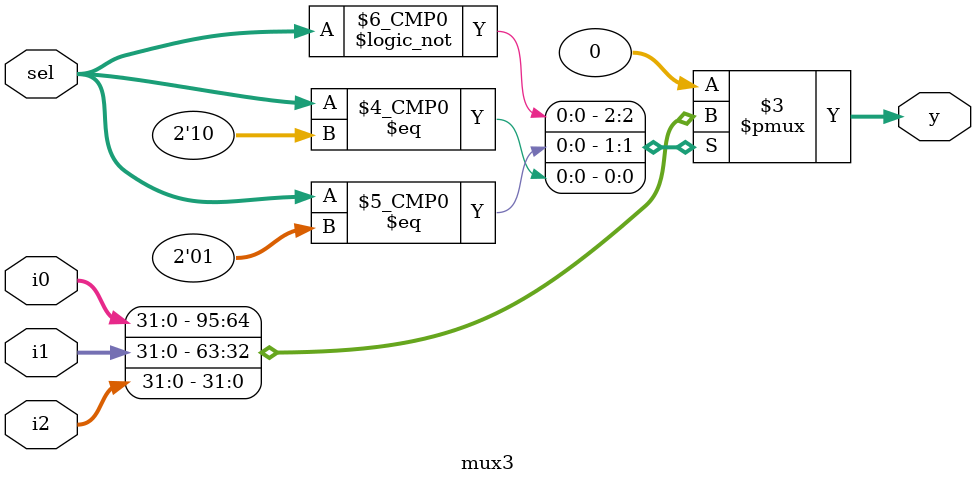
<source format=v>
module mux3 (i0, i1, i2, sel, y);
  parameter [5:0] N = 32;
  input [N-1:0] i0, i1, i2;
  input [1:0] sel;
  output reg [N-1:0] y;
  always @(*) begin
    case(sel)
      2'b00: y=i0;
      2'b01: y=i1;
      2'b10: y=i2;
	  default y=0;
    endcase
  end

endmodule

</source>
